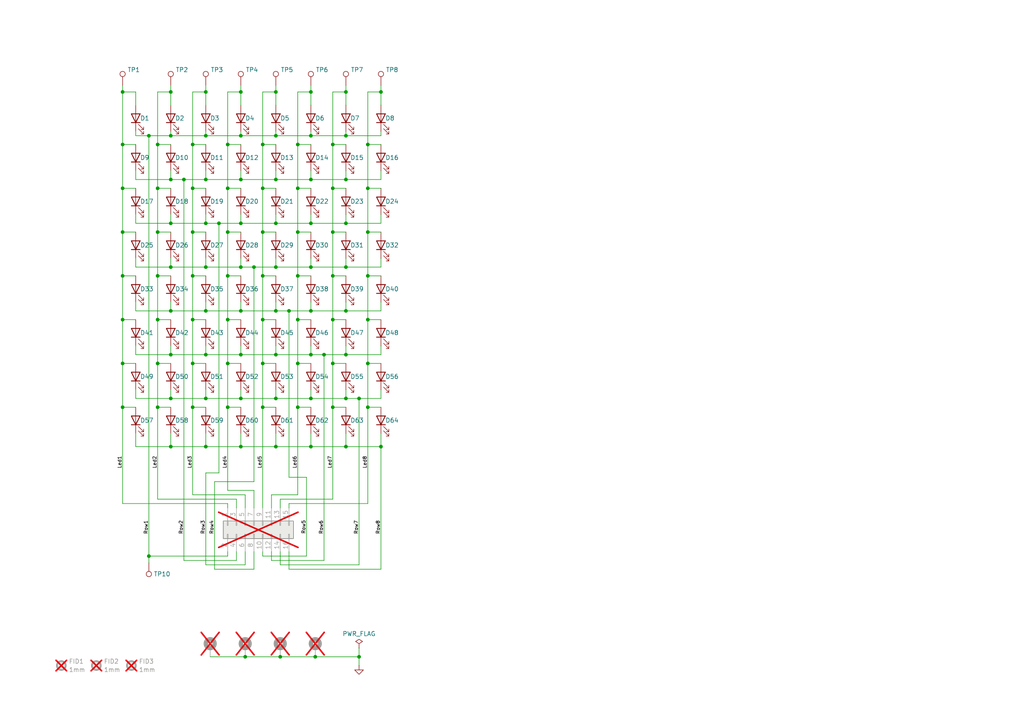
<source format=kicad_sch>
(kicad_sch (version 20250114) (generator "eeschema") (generator_version "9.0")
  (paper "A4")
  (title_block (title "Retro Imponator Led Array - Omega") (date "2026-02-27") (rev "1.0-pre") (company "Erik Brenn, 2026"))
  (lib_symbols
    (symbol "Connector:TestPoint" (pin_numbers (hide yes)) (pin_names (offset 0.762) (hide yes))
      (property "Reference" "TP" (at 0 6.858 0))
      (property "Value" "TestPoint" (at 0 5.08 0))
      (symbol "TestPoint_1_1"
        (pin passive line (at 0 0 90) (length 2.54) (name "1") (number "1"))
      )
    )
    (symbol "Connector_Generic:Conn_02x08_Odd_Even" (pin_names (offset 1.016) (hide yes))
      (property "Reference" "J" (at 1.27 10.16 0))
      (property "Value" "Conn_02x08_Odd_Even" (at 1.27 -12.7 0))
      (symbol "Conn_02x08_Odd_Even_1_1"
        (pin passive line (at -5.08 7.62 0) (length 3.81) (name "Pin_1") (number "1"))
        (pin passive line (at -5.08 5.08 0) (length 3.81) (name "Pin_3") (number "3"))
        (pin passive line (at -5.08 2.54 0) (length 3.81) (name "Pin_5") (number "5"))
        (pin passive line (at -5.08 0 0) (length 3.81) (name "Pin_7") (number "7"))
        (pin passive line (at -5.08 -2.54 0) (length 3.81) (name "Pin_9") (number "9"))
        (pin passive line (at -5.08 -5.08 0) (length 3.81) (name "Pin_11") (number "11"))
        (pin passive line (at -5.08 -7.62 0) (length 3.81) (name "Pin_13") (number "13"))
        (pin passive line (at -5.08 -10.16 0) (length 3.81) (name "Pin_15") (number "15"))
        (pin passive line (at 7.62 7.62 180) (length 3.81) (name "Pin_2") (number "2"))
        (pin passive line (at 7.62 5.08 180) (length 3.81) (name "Pin_4") (number "4"))
        (pin passive line (at 7.62 2.54 180) (length 3.81) (name "Pin_6") (number "6"))
        (pin passive line (at 7.62 0 180) (length 3.81) (name "Pin_8") (number "8"))
        (pin passive line (at 7.62 -2.54 180) (length 3.81) (name "Pin_10") (number "10"))
        (pin passive line (at 7.62 -5.08 180) (length 3.81) (name "Pin_12") (number "12"))
        (pin passive line (at 7.62 -7.62 180) (length 3.81) (name "Pin_14") (number "14"))
        (pin passive line (at 7.62 -10.16 180) (length 3.81) (name "Pin_16") (number "16"))
      )
    )
    (symbol "Device:LED" (pin_numbers (hide yes)) (pin_names (offset 1.016) (hide yes))
      (property "Reference" "D" (at 0 2.54 0))
      (property "Value" "LED" (at 0 -2.54 0))
      (symbol "LED_1_1"
        (pin passive line (at -3.81 0 0) (length 2.54) (name "K") (number "1"))
        (pin passive line (at 3.81 0 180) (length 2.54) (name "A") (number "2"))
      )
    )
    (symbol "Mechanical:Fiducial" (in_bom no)
      (property "Reference" "FID" (at 0 5.08 0))
      (property "Value" "Fiducial" (at 0 3.175 0))
    )
    (symbol "Mechanical:MountingHole_Pad" (pin_numbers (hide yes)) (pin_names (offset 1.016) (hide yes)) (in_bom no)
      (property "Reference" "H" (at 0 6.35 0))
      (property "Value" "MountingHole_Pad" (at 0 4.445 0))
      (symbol "MountingHole_Pad_1_1"
        (pin input line (at 0 -2.54 90) (length 2.54) (name "1") (number "1"))
      )
    )
    (symbol "power:GND" (power) (pin_numbers (hide yes)) (pin_names (offset 0) (hide yes))
      (property "Value" "GND" (at 0 -3.81 0))
      (symbol "GND_1_1"
        (pin power_in line (at 0 0 270) (length 0) (name "~") (number "1"))
      )
    )
    (symbol "power:PWR_FLAG" (power) (pin_numbers (hide yes)) (pin_names (offset 0) (hide yes))
      (property "Value" "PWR_FLAG" (at 0 3.81 0))
      (symbol "PWR_FLAG_0_0"
        (pin power_out line (at 0 0 90) (length 0) (name "~") (number "1"))
      )
    )
  )
  (junction (at 45.72 41.91))
  (junction (at 69.85 90.17))
  (junction (at 90.17 26.67))
  (junction (at 69.85 102.87))
  (junction (at 100.33 26.67))
  (junction (at 100.33 115.57))
  (junction (at 49.53 115.57))
  (junction (at 90.17 115.57))
  (junction (at 66.04 105.41))
  (junction (at 96.52 54.61))
  (junction (at 49.53 77.47))
  (junction (at 45.72 92.71))
  (junction (at 53.34 52.07))
  (junction (at 96.52 67.31))
  (junction (at 80.01 64.77))
  (junction (at 86.36 118.11))
  (junction (at 55.88 105.41))
  (junction (at 110.49 26.67))
  (junction (at 35.56 67.31))
  (junction (at 100.33 90.17))
  (junction (at 66.04 54.61))
  (junction (at 80.01 26.67))
  (junction (at 86.36 105.41))
  (junction (at 100.33 77.47))
  (junction (at 81.28 190.5))
  (junction (at 96.52 92.71))
  (junction (at 49.53 64.77))
  (junction (at 45.72 54.61))
  (junction (at 90.17 52.07))
  (junction (at 66.04 92.71))
  (junction (at 69.85 64.77))
  (junction (at 86.36 92.71))
  (junction (at 100.33 64.77))
  (junction (at 35.56 54.61))
  (junction (at 96.52 41.91))
  (junction (at 69.85 26.67))
  (junction (at 80.01 102.87))
  (junction (at 59.69 102.87))
  (junction (at 90.17 102.87))
  (junction (at 104.14 190.5))
  (junction (at 80.01 90.17))
  (junction (at 66.04 67.31))
  (junction (at 59.69 39.37))
  (junction (at 76.2 67.31))
  (junction (at 49.53 26.67))
  (junction (at 100.33 129.54))
  (junction (at 35.56 26.67))
  (junction (at 80.01 39.37))
  (junction (at 55.88 118.11))
  (junction (at 76.2 54.61))
  (junction (at 35.56 80.01))
  (junction (at 59.69 115.57))
  (junction (at 59.69 129.54))
  (junction (at 66.04 80.01))
  (junction (at 45.72 118.11))
  (junction (at 45.72 105.41))
  (junction (at 35.56 118.11))
  (junction (at 86.36 80.01))
  (junction (at 35.56 105.41))
  (junction (at 35.56 92.71))
  (junction (at 59.69 64.77))
  (junction (at 106.68 105.41))
  (junction (at 69.85 129.54))
  (junction (at 55.88 67.31))
  (junction (at 106.68 92.71))
  (junction (at 96.52 118.11))
  (junction (at 106.68 118.11))
  (junction (at 76.2 105.41))
  (junction (at 86.36 54.61))
  (junction (at 86.36 41.91))
  (junction (at 49.53 102.87))
  (junction (at 69.85 39.37))
  (junction (at 90.17 39.37))
  (junction (at 55.88 92.71))
  (junction (at 106.68 54.61))
  (junction (at 55.88 54.61))
  (junction (at 93.98 102.87))
  (junction (at 90.17 64.77))
  (junction (at 83.82 90.17))
  (junction (at 43.18 161.29))
  (junction (at 45.72 67.31))
  (junction (at 86.36 67.31))
  (junction (at 71.12 190.5))
  (junction (at 96.52 105.41))
  (junction (at 110.49 129.54))
  (junction (at 55.88 80.01))
  (junction (at 76.2 92.71))
  (junction (at 45.72 80.01))
  (junction (at 100.33 102.87))
  (junction (at 59.69 90.17))
  (junction (at 69.85 77.47))
  (junction (at 43.18 39.37))
  (junction (at 91.44 190.5))
  (junction (at 63.5 64.77))
  (junction (at 100.33 39.37))
  (junction (at 80.01 77.47))
  (junction (at 96.52 80.01))
  (junction (at 35.56 41.91))
  (junction (at 66.04 41.91))
  (junction (at 73.66 77.47))
  (junction (at 76.2 80.01))
  (junction (at 90.17 90.17))
  (junction (at 106.68 67.31))
  (junction (at 106.68 80.01))
  (junction (at 59.69 52.07))
  (junction (at 106.68 41.91))
  (junction (at 69.85 52.07))
  (junction (at 104.14 115.57))
  (junction (at 90.17 129.54))
  (junction (at 80.01 52.07))
  (junction (at 80.01 115.57))
  (junction (at 100.33 52.07))
  (junction (at 80.01 129.54))
  (junction (at 76.2 41.91))
  (junction (at 49.53 90.17))
  (junction (at 69.85 115.57))
  (junction (at 59.69 26.67))
  (junction (at 66.04 118.11))
  (junction (at 55.88 41.91))
  (junction (at 90.17 77.47))
  (junction (at 49.53 39.37))
  (junction (at 76.2 118.11))
  (junction (at 59.69 77.47))
  (junction (at 49.53 52.07))
  (junction (at 49.53 129.54))
  (wire (pts (xy 90.17 74.93) (xy 90.17 77.47)))
  (wire (pts (xy 106.68 67.31) (xy 110.49 67.31)))
  (wire (pts (xy 55.88 118.11) (xy 55.88 143.51)))
  (wire (pts (xy 62.23 165.1) (xy 73.66 165.1)))
  (wire (pts (xy 66.04 118.11) (xy 69.85 118.11)))
  (wire (pts (xy 69.85 26.67) (xy 69.85 30.48)))
  (wire (pts (xy 62.23 139.7) (xy 73.66 139.7)))
  (wire (pts (xy 86.36 67.31) (xy 86.36 80.01)))
  (wire (pts (xy 68.58 144.78) (xy 68.58 147.32)))
  (wire (pts (xy 49.53 62.23) (xy 49.53 64.77)))
  (wire (pts (xy 49.53 102.87) (xy 59.69 102.87)))
  (wire (pts (xy 106.68 26.67) (xy 110.49 26.67)))
  (wire (pts (xy 59.69 125.73) (xy 59.69 129.54)))
  (wire (pts (xy 93.98 102.87) (xy 93.98 162.56)))
  (wire (pts (xy 35.56 146.05) (xy 66.04 146.05)))
  (wire (pts (xy 106.68 92.71) (xy 106.68 105.41)))
  (wire (pts (xy 69.85 90.17) (xy 80.01 90.17)))
  (wire (pts (xy 59.69 115.57) (xy 69.85 115.57)))
  (wire (pts (xy 35.56 92.71) (xy 35.56 105.41)))
  (wire (pts (xy 45.72 41.91) (xy 45.72 54.61)))
  (wire (pts (xy 39.37 74.93) (xy 39.37 77.47)))
  (wire (pts (xy 91.44 190.5) (xy 104.14 190.5)))
  (wire (pts (xy 73.66 77.47) (xy 73.66 139.7)))
  (wire (pts (xy 88.9 138.43) (xy 88.9 161.29)))
  (wire (pts (xy 80.01 115.57) (xy 90.17 115.57)))
  (wire (pts (xy 106.68 118.11) (xy 110.49 118.11)))
  (wire (pts (xy 100.33 24.765) (xy 100.33 26.67)))
  (wire (pts (xy 49.53 115.57) (xy 59.69 115.57)))
  (wire (pts (xy 90.17 113.03) (xy 90.17 115.57)))
  (wire (pts (xy 45.72 54.61) (xy 49.53 54.61)))
  (wire (pts (xy 59.69 113.03) (xy 59.69 115.57)))
  (wire (pts (xy 45.72 80.01) (xy 49.53 80.01)))
  (wire (pts (xy 69.85 39.37) (xy 80.01 39.37)))
  (wire (pts (xy 55.88 105.41) (xy 59.69 105.41)))
  (wire (pts (xy 49.53 49.53) (xy 49.53 52.07)))
  (wire (pts (xy 106.68 118.11) (xy 106.68 146.05)))
  (wire (pts (xy 49.53 39.37) (xy 59.69 39.37)))
  (wire (pts (xy 100.33 26.67) (xy 100.33 30.48)))
  (wire (pts (xy 81.28 144.78) (xy 96.52 144.78)))
  (wire (pts (xy 96.52 105.41) (xy 96.52 118.11)))
  (wire (pts (xy 53.34 162.56) (xy 68.58 162.56)))
  (wire (pts (xy 78.74 162.56) (xy 93.98 162.56)))
  (wire (pts (xy 80.01 100.33) (xy 80.01 102.87)))
  (wire (pts (xy 45.72 67.31) (xy 49.53 67.31)))
  (wire (pts (xy 106.68 67.31) (xy 106.68 80.01)))
  (wire (pts (xy 69.85 87.63) (xy 69.85 90.17)))
  (wire (pts (xy 104.14 115.57) (xy 104.14 163.83)))
  (wire (pts (xy 80.01 87.63) (xy 80.01 90.17)))
  (wire (pts (xy 55.88 67.31) (xy 55.88 80.01)))
  (wire (pts (xy 100.33 74.93) (xy 100.33 77.47)))
  (wire (pts (xy 55.88 92.71) (xy 59.69 92.71)))
  (wire (pts (xy 66.04 41.91) (xy 69.85 41.91)))
  (wire (pts (xy 59.69 26.67) (xy 59.69 30.48)))
  (wire (pts (xy 45.72 118.11) (xy 45.72 144.78)))
  (wire (pts (xy 73.66 142.24) (xy 73.66 147.32)))
  (wire (pts (xy 110.49 49.53) (xy 110.49 52.07)))
  (wire (pts (xy 106.68 105.41) (xy 106.68 118.11)))
  (wire (pts (xy 39.37 26.67) (xy 39.37 30.48)))
  (wire (pts (xy 76.2 67.31) (xy 80.01 67.31)))
  (wire (pts (xy 81.28 190.5) (xy 91.44 190.5)))
  (wire (pts (xy 96.52 92.71) (xy 96.52 105.41)))
  (wire (pts (xy 71.12 190.5) (xy 81.28 190.5)))
  (wire (pts (xy 66.04 80.01) (xy 66.04 92.71)))
  (wire (pts (xy 49.53 64.77) (xy 59.69 64.77)))
  (wire (pts (xy 35.56 118.11) (xy 39.37 118.11)))
  (wire (pts (xy 100.33 115.57) (xy 104.14 115.57)))
  (wire (pts (xy 96.52 67.31) (xy 96.52 80.01)))
  (wire (pts (xy 53.34 52.07) (xy 53.34 162.56)))
  (wire (pts (xy 71.12 143.51) (xy 71.12 147.32)))
  (wire (pts (xy 45.72 92.71) (xy 45.72 105.41)))
  (wire (pts (xy 39.37 102.87) (xy 49.53 102.87)))
  (wire (pts (xy 96.52 41.91) (xy 96.52 54.61)))
  (wire (pts (xy 90.17 87.63) (xy 90.17 90.17)))
  (wire (pts (xy 86.36 54.61) (xy 90.17 54.61)))
  (wire (pts (xy 83.82 90.17) (xy 83.82 138.43)))
  (wire (pts (xy 69.85 77.47) (xy 73.66 77.47)))
  (wire (pts (xy 55.88 80.01) (xy 55.88 92.71)))
  (wire (pts (xy 39.37 39.37) (xy 43.18 39.37)))
  (wire (pts (xy 59.69 102.87) (xy 69.85 102.87)))
  (wire (pts (xy 39.37 77.47) (xy 49.53 77.47)))
  (wire (pts (xy 81.28 160.02) (xy 81.28 163.83)))
  (wire (pts (xy 35.56 105.41) (xy 39.37 105.41)))
  (wire (pts (xy 66.04 146.05) (xy 66.04 147.32)))
  (wire (pts (xy 35.56 80.01) (xy 35.56 92.71)))
  (wire (pts (xy 110.49 24.765) (xy 110.49 26.67)))
  (wire (pts (xy 45.72 118.11) (xy 49.53 118.11)))
  (wire (pts (xy 59.69 163.83) (xy 71.12 163.83)))
  (wire (pts (xy 81.28 163.83) (xy 104.14 163.83)))
  (wire (pts (xy 90.17 90.17) (xy 100.33 90.17)))
  (wire (pts (xy 69.85 24.765) (xy 69.85 26.67)))
  (wire (pts (xy 66.04 105.41) (xy 66.04 118.11)))
  (wire (pts (xy 35.56 118.11) (xy 35.56 146.05)))
  (wire (pts (xy 73.66 77.47) (xy 80.01 77.47)))
  (wire (pts (xy 80.01 125.73) (xy 80.01 129.54)))
  (wire (pts (xy 59.69 24.765) (xy 59.69 26.67)))
  (wire (pts (xy 90.17 26.67) (xy 90.17 30.48)))
  (wire (pts (xy 78.74 143.51) (xy 78.74 147.32)))
  (wire (pts (xy 76.2 26.67) (xy 76.2 41.91)))
  (wire (pts (xy 66.04 54.61) (xy 69.85 54.61)))
  (wire (pts (xy 39.37 129.54) (xy 49.53 129.54)))
  (wire (pts (xy 96.52 54.61) (xy 96.52 67.31)))
  (wire (pts (xy 45.72 80.01) (xy 45.72 92.71)))
  (wire (pts (xy 69.85 64.77) (xy 80.01 64.77)))
  (wire (pts (xy 55.88 92.71) (xy 55.88 105.41)))
  (wire (pts (xy 59.69 100.33) (xy 59.69 102.87)))
  (wire (pts (xy 106.68 26.67) (xy 106.68 41.91)))
  (wire (pts (xy 110.49 125.73) (xy 110.49 129.54)))
  (wire (pts (xy 80.01 90.17) (xy 83.82 90.17)))
  (wire (pts (xy 90.17 52.07) (xy 100.33 52.07)))
  (wire (pts (xy 55.88 54.61) (xy 55.88 67.31)))
  (wire (pts (xy 100.33 38.1) (xy 100.33 39.37)))
  (wire (pts (xy 96.52 118.11) (xy 100.33 118.11)))
  (wire (pts (xy 49.53 113.03) (xy 49.53 115.57)))
  (wire (pts (xy 106.68 54.61) (xy 106.68 67.31)))
  (wire (pts (xy 66.04 92.71) (xy 66.04 105.41)))
  (wire (pts (xy 55.88 67.31) (xy 59.69 67.31)))
  (wire (pts (xy 45.72 26.67) (xy 45.72 41.91)))
  (wire (pts (xy 69.85 125.73) (xy 69.85 129.54)))
  (wire (pts (xy 76.2 118.11) (xy 76.2 147.32)))
  (wire (pts (xy 59.69 87.63) (xy 59.69 90.17)))
  (wire (pts (xy 49.53 52.07) (xy 53.34 52.07)))
  (wire (pts (xy 69.85 38.1) (xy 69.85 39.37)))
  (wire (pts (xy 83.82 146.05) (xy 83.82 147.32)))
  (wire (pts (xy 49.53 87.63) (xy 49.53 90.17)))
  (wire (pts (xy 59.69 77.47) (xy 69.85 77.47)))
  (wire (pts (xy 110.49 74.93) (xy 110.49 77.47)))
  (wire (pts (xy 76.2 118.11) (xy 80.01 118.11)))
  (wire (pts (xy 90.17 64.77) (xy 100.33 64.77)))
  (wire (pts (xy 80.01 74.93) (xy 80.01 77.47)))
  (wire (pts (xy 80.01 24.765) (xy 80.01 26.67)))
  (wire (pts (xy 35.56 67.31) (xy 35.56 80.01)))
  (wire (pts (xy 110.49 129.54) (xy 110.49 165.1)))
  (wire (pts (xy 60.96 190.5) (xy 71.12 190.5)))
  (wire (pts (xy 39.37 115.57) (xy 49.53 115.57)))
  (wire (pts (xy 39.37 100.33) (xy 39.37 102.87)))
  (wire (pts (xy 80.01 64.77) (xy 90.17 64.77)))
  (wire (pts (xy 39.37 90.17) (xy 49.53 90.17)))
  (wire (pts (xy 106.68 54.61) (xy 110.49 54.61)))
  (wire (pts (xy 76.2 41.91) (xy 80.01 41.91)))
  (wire (pts (xy 110.49 87.63) (xy 110.49 90.17)))
  (wire (pts (xy 43.18 161.29) (xy 66.04 161.29)))
  (wire (pts (xy 86.36 92.71) (xy 90.17 92.71)))
  (wire (pts (xy 35.56 67.31) (xy 39.37 67.31)))
  (wire (pts (xy 66.04 67.31) (xy 69.85 67.31)))
  (wire (pts (xy 69.85 113.03) (xy 69.85 115.57)))
  (wire (pts (xy 49.53 90.17) (xy 59.69 90.17)))
  (wire (pts (xy 106.68 92.71) (xy 110.49 92.71)))
  (wire (pts (xy 80.01 38.1) (xy 80.01 39.37)))
  (wire (pts (xy 35.56 92.71) (xy 39.37 92.71)))
  (wire (pts (xy 66.04 105.41) (xy 69.85 105.41)))
  (wire (pts (xy 100.33 129.54) (xy 110.49 129.54)))
  (wire (pts (xy 90.17 77.47) (xy 100.33 77.47)))
  (wire (pts (xy 59.69 38.1) (xy 59.69 39.37)))
  (wire (pts (xy 83.82 138.43) (xy 88.9 138.43)))
  (wire (pts (xy 76.2 92.71) (xy 80.01 92.71)))
  (wire (pts (xy 96.52 80.01) (xy 100.33 80.01)))
  (wire (pts (xy 104.14 187.96) (xy 104.14 190.5)))
  (wire (pts (xy 100.33 87.63) (xy 100.33 90.17)))
  (wire (pts (xy 49.53 77.47) (xy 59.69 77.47)))
  (wire (pts (xy 100.33 100.33) (xy 100.33 102.87)))
  (wire (pts (xy 106.68 105.41) (xy 110.49 105.41)))
  (wire (pts (xy 35.56 26.67) (xy 39.37 26.67)))
  (wire (pts (xy 39.37 52.07) (xy 49.53 52.07)))
  (wire (pts (xy 80.01 77.47) (xy 90.17 77.47)))
  (wire (pts (xy 96.52 54.61) (xy 100.33 54.61)))
  (wire (pts (xy 59.69 64.77) (xy 63.5 64.77)))
  (wire (pts (xy 55.88 80.01) (xy 59.69 80.01)))
  (wire (pts (xy 90.17 125.73) (xy 90.17 129.54)))
  (wire (pts (xy 96.52 26.67) (xy 100.33 26.67)))
  (wire (pts (xy 76.2 54.61) (xy 76.2 67.31)))
  (wire (pts (xy 59.69 62.23) (xy 59.69 64.77)))
  (wire (pts (xy 86.36 92.71) (xy 86.36 105.41)))
  (wire (pts (xy 110.49 62.23) (xy 110.49 64.77)))
  (wire (pts (xy 69.85 52.07) (xy 80.01 52.07)))
  (wire (pts (xy 100.33 102.87) (xy 110.49 102.87)))
  (wire (pts (xy 39.37 87.63) (xy 39.37 90.17)))
  (wire (pts (xy 86.36 118.11) (xy 90.17 118.11)))
  (wire (pts (xy 69.85 129.54) (xy 80.01 129.54)))
  (wire (pts (xy 45.72 105.41) (xy 49.53 105.41)))
  (wire (pts (xy 69.85 62.23) (xy 69.85 64.77)))
  (wire (pts (xy 76.2 161.29) (xy 88.9 161.29)))
  (wire (pts (xy 66.04 142.24) (xy 73.66 142.24)))
  (wire (pts (xy 35.56 41.91) (xy 39.37 41.91)))
  (wire (pts (xy 83.82 165.1) (xy 110.49 165.1)))
  (wire (pts (xy 86.36 105.41) (xy 90.17 105.41)))
  (wire (pts (xy 39.37 62.23) (xy 39.37 64.77)))
  (wire (pts (xy 86.36 67.31) (xy 90.17 67.31)))
  (wire (pts (xy 106.68 80.01) (xy 106.68 92.71)))
  (wire (pts (xy 66.04 80.01) (xy 69.85 80.01)))
  (wire (pts (xy 55.88 26.67) (xy 59.69 26.67)))
  (wire (pts (xy 80.01 49.53) (xy 80.01 52.07)))
  (wire (pts (xy 69.85 115.57) (xy 80.01 115.57)))
  (wire (pts (xy 39.37 38.1) (xy 39.37 39.37)))
  (wire (pts (xy 86.36 118.11) (xy 86.36 143.51)))
  (wire (pts (xy 69.85 102.87) (xy 80.01 102.87)))
  (wire (pts (xy 39.37 113.03) (xy 39.37 115.57)))
  (wire (pts (xy 68.58 160.02) (xy 68.58 162.56)))
  (wire (pts (xy 35.56 54.61) (xy 39.37 54.61)))
  (wire (pts (xy 76.2 105.41) (xy 76.2 118.11)))
  (wire (pts (xy 62.23 139.7) (xy 62.23 165.1)))
  (wire (pts (xy 86.36 80.01) (xy 90.17 80.01)))
  (wire (pts (xy 43.18 39.37) (xy 43.18 161.29)))
  (wire (pts (xy 93.98 102.87) (xy 100.33 102.87)))
  (wire (pts (xy 35.56 41.91) (xy 35.56 54.61)))
  (wire (pts (xy 35.56 105.41) (xy 35.56 118.11)))
  (wire (pts (xy 76.2 54.61) (xy 80.01 54.61)))
  (wire (pts (xy 80.01 52.07) (xy 90.17 52.07)))
  (wire (pts (xy 55.88 105.41) (xy 55.88 118.11)))
  (wire (pts (xy 55.88 41.91) (xy 55.88 54.61)))
  (wire (pts (xy 76.2 105.41) (xy 80.01 105.41)))
  (wire (pts (xy 90.17 38.1) (xy 90.17 39.37)))
  (wire (pts (xy 100.33 90.17) (xy 110.49 90.17)))
  (wire (pts (xy 86.36 41.91) (xy 86.36 54.61)))
  (wire (pts (xy 66.04 26.67) (xy 69.85 26.67)))
  (wire (pts (xy 45.72 26.67) (xy 49.53 26.67)))
  (wire (pts (xy 83.82 146.05) (xy 106.68 146.05)))
  (wire (pts (xy 53.34 52.07) (xy 59.69 52.07)))
  (wire (pts (xy 43.18 39.37) (xy 49.53 39.37)))
  (wire (pts (xy 49.53 74.93) (xy 49.53 77.47)))
  (wire (pts (xy 104.14 190.5) (xy 104.14 193.04)))
  (wire (pts (xy 76.2 80.01) (xy 76.2 92.71)))
  (wire (pts (xy 71.12 160.02) (xy 71.12 163.83)))
  (wire (pts (xy 59.69 52.07) (xy 69.85 52.07)))
  (wire (pts (xy 43.18 161.29) (xy 43.18 163.195)))
  (wire (pts (xy 86.36 54.61) (xy 86.36 67.31)))
  (wire (pts (xy 80.01 102.87) (xy 90.17 102.87)))
  (wire (pts (xy 90.17 102.87) (xy 93.98 102.87)))
  (wire (pts (xy 90.17 115.57) (xy 100.33 115.57)))
  (wire (pts (xy 80.01 39.37) (xy 90.17 39.37)))
  (wire (pts (xy 83.82 160.02) (xy 83.82 165.1)))
  (wire (pts (xy 45.72 41.91) (xy 49.53 41.91)))
  (wire (pts (xy 59.69 49.53) (xy 59.69 52.07)))
  (wire (pts (xy 63.5 64.77) (xy 69.85 64.77)))
  (wire (pts (xy 96.52 80.01) (xy 96.52 92.71)))
  (wire (pts (xy 90.17 24.765) (xy 90.17 26.67)))
  (wire (pts (xy 49.53 24.765) (xy 49.53 26.67)))
  (wire (pts (xy 69.85 74.93) (xy 69.85 77.47)))
  (wire (pts (xy 76.2 160.02) (xy 76.2 161.29)))
  (wire (pts (xy 76.2 26.67) (xy 80.01 26.67)))
  (wire (pts (xy 80.01 26.67) (xy 80.01 30.48)))
  (wire (pts (xy 55.88 41.91) (xy 59.69 41.91)))
  (wire (pts (xy 100.33 64.77) (xy 110.49 64.77)))
  (wire (pts (xy 86.36 80.01) (xy 86.36 92.71)))
  (wire (pts (xy 86.36 105.41) (xy 86.36 118.11)))
  (wire (pts (xy 55.88 26.67) (xy 55.88 41.91)))
  (wire (pts (xy 106.68 80.01) (xy 110.49 80.01)))
  (wire (pts (xy 80.01 113.03) (xy 80.01 115.57)))
  (wire (pts (xy 76.2 41.91) (xy 76.2 54.61)))
  (wire (pts (xy 96.52 26.67) (xy 96.52 41.91)))
  (wire (pts (xy 106.68 41.91) (xy 106.68 54.61)))
  (wire (pts (xy 49.53 129.54) (xy 59.69 129.54)))
  (wire (pts (xy 100.33 62.23) (xy 100.33 64.77)))
  (wire (pts (xy 45.72 144.78) (xy 68.58 144.78)))
  (wire (pts (xy 66.04 118.11) (xy 66.04 142.24)))
  (wire (pts (xy 45.72 54.61) (xy 45.72 67.31)))
  (wire (pts (xy 78.74 160.02) (xy 78.74 162.56)))
  (wire (pts (xy 35.56 24.765) (xy 35.56 26.67)))
  (wire (pts (xy 69.85 100.33) (xy 69.85 102.87)))
  (wire (pts (xy 66.04 92.71) (xy 69.85 92.71)))
  (wire (pts (xy 55.88 143.51) (xy 71.12 143.51)))
  (wire (pts (xy 59.69 74.93) (xy 59.69 77.47)))
  (wire (pts (xy 49.53 100.33) (xy 49.53 102.87)))
  (wire (pts (xy 45.72 67.31) (xy 45.72 80.01)))
  (wire (pts (xy 66.04 54.61) (xy 66.04 67.31)))
  (wire (pts (xy 90.17 49.53) (xy 90.17 52.07)))
  (wire (pts (xy 100.33 77.47) (xy 110.49 77.47)))
  (wire (pts (xy 100.33 125.73) (xy 100.33 129.54)))
  (wire (pts (xy 78.74 143.51) (xy 86.36 143.51)))
  (wire (pts (xy 90.17 39.37) (xy 100.33 39.37)))
  (wire (pts (xy 90.17 62.23) (xy 90.17 64.77)))
  (wire (pts (xy 100.33 49.53) (xy 100.33 52.07)))
  (wire (pts (xy 100.33 39.37) (xy 110.49 39.37)))
  (wire (pts (xy 39.37 64.77) (xy 49.53 64.77)))
  (wire (pts (xy 80.01 62.23) (xy 80.01 64.77)))
  (wire (pts (xy 96.52 105.41) (xy 100.33 105.41)))
  (wire (pts (xy 55.88 118.11) (xy 59.69 118.11)))
  (wire (pts (xy 110.49 113.03) (xy 110.49 115.57)))
  (wire (pts (xy 45.72 105.41) (xy 45.72 118.11)))
  (wire (pts (xy 39.37 125.73) (xy 39.37 129.54)))
  (wire (pts (xy 55.88 54.61) (xy 59.69 54.61)))
  (wire (pts (xy 100.33 52.07) (xy 110.49 52.07)))
  (wire (pts (xy 96.52 118.11) (xy 96.52 144.78)))
  (wire (pts (xy 90.17 100.33) (xy 90.17 102.87)))
  (wire (pts (xy 59.69 90.17) (xy 69.85 90.17)))
  (wire (pts (xy 63.5 64.77) (xy 63.5 137.16)))
  (wire (pts (xy 35.56 54.61) (xy 35.56 67.31)))
  (wire (pts (xy 76.2 67.31) (xy 76.2 80.01)))
  (wire (pts (xy 35.56 26.67) (xy 35.56 41.91)))
  (wire (pts (xy 66.04 67.31) (xy 66.04 80.01)))
  (wire (pts (xy 80.01 129.54) (xy 90.17 129.54)))
  (wire (pts (xy 66.04 41.91) (xy 66.04 54.61)))
  (wire (pts (xy 90.17 129.54) (xy 100.33 129.54)))
  (wire (pts (xy 96.52 92.71) (xy 100.33 92.71)))
  (wire (pts (xy 59.69 39.37) (xy 69.85 39.37)))
  (wire (pts (xy 66.04 26.67) (xy 66.04 41.91)))
  (wire (pts (xy 45.72 92.71) (xy 49.53 92.71)))
  (wire (pts (xy 110.49 100.33) (xy 110.49 102.87)))
  (wire (pts (xy 83.82 90.17) (xy 90.17 90.17)))
  (wire (pts (xy 49.53 26.67) (xy 49.53 30.48)))
  (wire (pts (xy 76.2 80.01) (xy 80.01 80.01)))
  (wire (pts (xy 69.85 49.53) (xy 69.85 52.07)))
  (wire (pts (xy 49.53 38.1) (xy 49.53 39.37)))
  (wire (pts (xy 49.53 125.73) (xy 49.53 129.54)))
  (wire (pts (xy 59.69 137.16) (xy 59.69 163.83)))
  (wire (pts (xy 96.52 67.31) (xy 100.33 67.31)))
  (wire (pts (xy 59.69 137.16) (xy 63.5 137.16)))
  (wire (pts (xy 81.28 144.78) (xy 81.28 147.32)))
  (wire (pts (xy 35.56 80.01) (xy 39.37 80.01)))
  (wire (pts (xy 110.49 26.67) (xy 110.49 30.48)))
  (wire (pts (xy 96.52 41.91) (xy 100.33 41.91)))
  (wire (pts (xy 110.49 38.1) (xy 110.49 39.37)))
  (wire (pts (xy 39.37 49.53) (xy 39.37 52.07)))
  (wire (pts (xy 86.36 26.67) (xy 86.36 41.91)))
  (wire (pts (xy 66.04 160.02) (xy 66.04 161.29)))
  (wire (pts (xy 73.66 160.02) (xy 73.66 165.1)))
  (wire (pts (xy 86.36 41.91) (xy 90.17 41.91)))
  (wire (pts (xy 86.36 26.67) (xy 90.17 26.67)))
  (wire (pts (xy 104.14 115.57) (xy 110.49 115.57)))
  (wire (pts (xy 59.69 129.54) (xy 69.85 129.54)))
  (wire (pts (xy 76.2 92.71) (xy 76.2 105.41)))
  (wire (pts (xy 100.33 113.03) (xy 100.33 115.57)))
  (wire (pts (xy 106.68 41.91) (xy 110.49 41.91)))
  (label "Row7" (at 104.14 154.94 90) (effects (font (size 1 1))))
  (label "Led2" (at 45.72 135.89 90) (effects (font (size 1 1))))
  (label "Row2" (at 53.34 154.94 90) (effects (font (size 1 1))))
  (label "Led4" (at 66.04 135.89 90) (effects (font (size 1 1))))
  (label "Row8" (at 110.49 154.94 90) (effects (font (size 1 1))))
  (label "Led1" (at 35.56 135.89 90) (effects (font (size 1 1))))
  (label "Led8" (at 106.68 135.89 90) (effects (font (size 1 1))))
  (label "Row3" (at 59.69 154.9315 90) (effects (font (size 1 1))))
  (label "Led3" (at 55.88 135.89 90) (effects (font (size 1 1))))
  (label "Led7" (at 96.52 135.89 90) (effects (font (size 1 1))))
  (label "Row5" (at 88.9 154.87 90) (effects (font (size 1 1))))
  (label "Row6" (at 93.98 154.94 90) (effects (font (size 1 1))))
  (label "Led6" (at 86.36 135.89 90) (effects (font (size 1 1))))
  (label "Row1" (at 43.18 154.94 90) (effects (font (size 1 1))))
  (label "Led5" (at 76.2 135.89 90) (effects (font (size 1 1))))
  (label "Row4" (at 62.23 154.94 90) (effects (font (size 1 1))))
  (symbol (lib_id "Device:LED") (at 110.49 45.72 90) (unit 1)
    (property "Reference" "D16" (at 111.76 45.72 90) (effects (justify right)))
    (property "Value" "LED" (effects (hide yes)))
    (property "Footprint" "LED_THT:LED_D3.0mm" (effects (hide yes)))
    (property "Description" "Light emitting diode" (effects (hide yes)))
    (property "Sim.Pins" "1=K 2=A" (effects (hide yes)))
  )
  (symbol (lib_id "Device:LED") (at 39.37 58.42 90) (unit 1)
    (property "Reference" "D17" (at 40.64 58.42 90) (effects (justify right)))
    (property "Value" "LED" (effects (hide yes)))
    (property "Footprint" "LED_THT:LED_D3.0mm" (effects (hide yes)))
    (property "Description" "Light emitting diode" (effects (hide yes)))
    (property "Sim.Pins" "1=K 2=A" (effects (hide yes)))
  )
  (symbol (lib_id "Device:LED") (at 90.17 96.52 90) (unit 1)
    (property "Reference" "D46" (at 91.44 96.52 90) (effects (justify right)))
    (property "Value" "LED" (effects (hide yes)))
    (property "Footprint" "LED_THT:LED_D3.0mm" (effects (hide yes)))
    (property "Description" "Light emitting diode" (effects (hide yes)))
    (property "Sim.Pins" "1=K 2=A" (effects (hide yes)))
  )
  (symbol (lib_id "Device:LED") (at 69.85 109.22 90) (unit 1)
    (property "Reference" "D52" (at 71.12 109.22 90) (effects (justify right)))
    (property "Value" "LED" (effects (hide yes)))
    (property "Footprint" "LED_THT:LED_D3.0mm" (effects (hide yes)))
    (property "Description" "Light emitting diode" (effects (hide yes)))
    (property "Sim.Pins" "1=K 2=A" (effects (hide yes)))
  )
  (symbol (lib_id "Device:LED") (at 39.37 71.12 90) (unit 1)
    (property "Reference" "D25" (at 40.64 71.12 90) (effects (justify right)))
    (property "Value" "LED" (effects (hide yes)))
    (property "Footprint" "LED_THT:LED_D3.0mm" (effects (hide yes)))
    (property "Description" "Light emitting diode" (effects (hide yes)))
    (property "Sim.Pins" "1=K 2=A" (effects (hide yes)))
  )
  (symbol (lib_id "Device:LED") (at 49.53 45.72 90) (unit 1)
    (property "Reference" "D10" (at 50.8 45.72 90) (effects (justify right)))
    (property "Value" "LED" (effects (hide yes)))
    (property "Footprint" "LED_THT:LED_D3.0mm" (effects (hide yes)))
    (property "Description" "Light emitting diode" (effects (hide yes)))
    (property "Sim.Pins" "1=K 2=A" (effects (hide yes)))
  )
  (symbol (lib_id "Connector:TestPoint") (at 49.53 24.765 0) (unit 1) (in_bom no)
    (property "Reference" "TP2" (at 50.927 20.2508 0) (effects (justify left)))
    (property "Value" "TestPoint" (effects (hide yes)))
    (property "Footprint" "TestPoint:TestPoint_Pad_D1.0mm" (effects (hide yes)))
    (property "Description" "test point" (effects (hide yes)))
  )
  (symbol (lib_id "Device:LED") (at 49.53 121.92 90) (unit 1)
    (property "Reference" "D58" (at 50.8 121.92 90) (effects (justify right)))
    (property "Value" "LED" (effects (hide yes)))
    (property "Footprint" "LED_THT:LED_D3.0mm" (effects (hide yes)))
    (property "Description" "Light emitting diode" (effects (hide yes)))
    (property "Sim.Pins" "1=K 2=A" (effects (hide yes)))
  )
  (symbol (lib_id "Device:LED") (at 69.85 121.92 90) (unit 1)
    (property "Reference" "D60" (at 71.12 121.92 90) (effects (justify right)))
    (property "Value" "LED" (effects (hide yes)))
    (property "Footprint" "LED_THT:LED_D3.0mm" (effects (hide yes)))
    (property "Description" "Light emitting diode" (effects (hide yes)))
    (property "Sim.Pins" "1=K 2=A" (effects (hide yes)))
  )
  (symbol (lib_id "Device:LED") (at 100.33 109.22 90) (unit 1)
    (property "Reference" "D55" (at 101.6 109.22 90) (effects (justify right)))
    (property "Value" "LED" (effects (hide yes)))
    (property "Footprint" "LED_THT:LED_D3.0mm" (effects (hide yes)))
    (property "Description" "Light emitting diode" (effects (hide yes)))
    (property "Sim.Pins" "1=K 2=A" (effects (hide yes)))
  )
  (symbol (lib_id "Device:LED") (at 100.33 96.52 90) (unit 1)
    (property "Reference" "D47" (at 101.6 96.52 90) (effects (justify right)))
    (property "Value" "LED" (effects (hide yes)))
    (property "Footprint" "LED_THT:LED_D3.0mm" (effects (hide yes)))
    (property "Description" "Light emitting diode" (effects (hide yes)))
    (property "Sim.Pins" "1=K 2=A" (effects (hide yes)))
  )
  (symbol (lib_id "Device:LED") (at 80.01 96.52 90) (unit 1)
    (property "Reference" "D45" (at 81.28 96.52 90) (effects (justify right)))
    (property "Value" "LED" (effects (hide yes)))
    (property "Footprint" "LED_THT:LED_D3.0mm" (effects (hide yes)))
    (property "Description" "Light emitting diode" (effects (hide yes)))
    (property "Sim.Pins" "1=K 2=A" (effects (hide yes)))
  )
  (symbol (lib_id "Device:LED") (at 49.53 34.29 90) (unit 1)
    (property "Reference" "D2" (at 50.8 34.29 90) (effects (justify right)))
    (property "Value" "LED" (effects (hide yes)))
    (property "Footprint" "LED_THT:LED_D3.0mm" (effects (hide yes)))
    (property "Description" "Light emitting diode" (effects (hide yes)))
    (property "Sim.Pins" "1=K 2=A" (effects (hide yes)))
  )
  (symbol (lib_id "power:GND") (at 104.14 193.04 0) (unit 1)
    (property "Reference" "#PWR01" (effects (hide yes)))
    (property "Value" "GND" (effects (hide yes)))
    (property "Description" "Power symbol creates a global label with name \"GND\" , ground" (effects (hide yes)))
  )
  (symbol (lib_id "Mechanical:Fiducial") (at 27.94 193.04 0) (unit 1) (in_bom no) (dnp yes)
    (property "Reference" "FID2" (at 30.099 191.8278 0) (effects (justify left)))
    (property "Value" "1mm" (at 30.099 194.2521 0) (effects (justify left)))
    (property "Footprint" "Fiducial:Fiducial_1mm_Mask2mm" (effects (hide yes)))
    (property "Description" "Fiducial Marker" (effects (hide yes)))
  )
  (symbol (lib_id "Connector:TestPoint") (at 80.01 24.765 0) (unit 1) (in_bom no)
    (property "Reference" "TP5" (at 81.407 20.2508 0) (effects (justify left)))
    (property "Value" "TestPoint" (effects (hide yes)))
    (property "Footprint" "TestPoint:TestPoint_Pad_D1.0mm" (effects (hide yes)))
    (property "Description" "test point" (effects (hide yes)))
  )
  (symbol (lib_id "Device:LED") (at 69.85 58.42 90) (unit 1)
    (property "Reference" "D20" (at 71.12 58.42 90) (effects (justify right)))
    (property "Value" "LED" (effects (hide yes)))
    (property "Footprint" "LED_THT:LED_D3.0mm" (effects (hide yes)))
    (property "Description" "Light emitting diode" (effects (hide yes)))
    (property "Sim.Pins" "1=K 2=A" (effects (hide yes)))
  )
  (symbol (lib_id "Device:LED") (at 49.53 83.82 90) (unit 1)
    (property "Reference" "D34" (at 50.8 83.82 90) (effects (justify right)))
    (property "Value" "LED" (effects (hide yes)))
    (property "Footprint" "LED_THT:LED_D3.0mm" (effects (hide yes)))
    (property "Description" "Light emitting diode" (effects (hide yes)))
    (property "Sim.Pins" "1=K 2=A" (effects (hide yes)))
  )
  (symbol (lib_id "Device:LED") (at 59.69 96.52 90) (unit 1)
    (property "Reference" "D43" (at 60.96 96.52 90) (effects (justify right)))
    (property "Value" "LED" (effects (hide yes)))
    (property "Footprint" "LED_THT:LED_D3.0mm" (effects (hide yes)))
    (property "Description" "Light emitting diode" (effects (hide yes)))
    (property "Sim.Pins" "1=K 2=A" (effects (hide yes)))
  )
  (symbol (lib_id "Device:LED") (at 90.17 58.42 90) (unit 1)
    (property "Reference" "D22" (at 91.44 58.42 90) (effects (justify right)))
    (property "Value" "LED" (effects (hide yes)))
    (property "Footprint" "LED_THT:LED_D3.0mm" (effects (hide yes)))
    (property "Description" "Light emitting diode" (effects (hide yes)))
    (property "Sim.Pins" "1=K 2=A" (effects (hide yes)))
  )
  (symbol (lib_id "Device:LED") (at 59.69 121.92 90) (unit 1)
    (property "Reference" "D59" (at 60.96 121.92 90) (effects (justify right)))
    (property "Value" "LED" (effects (hide yes)))
    (property "Footprint" "LED_THT:LED_D3.0mm" (effects (hide yes)))
    (property "Description" "Light emitting diode" (effects (hide yes)))
    (property "Sim.Pins" "1=K 2=A" (effects (hide yes)))
  )
  (symbol (lib_id "Mechanical:Fiducial") (at 17.78 193.04 0) (unit 1) (in_bom no) (dnp yes)
    (property "Reference" "FID1" (at 19.939 191.8278 0) (effects (justify left)))
    (property "Value" "1mm" (at 19.939 194.2521 0) (effects (justify left)))
    (property "Footprint" "Fiducial:Fiducial_1mm_Mask2mm" (effects (hide yes)))
    (property "Description" "Fiducial Marker" (effects (hide yes)))
  )
  (symbol (lib_id "Device:LED") (at 80.01 58.42 90) (unit 1)
    (property "Reference" "D21" (at 81.28 58.42 90) (effects (justify right)))
    (property "Value" "LED" (effects (hide yes)))
    (property "Footprint" "LED_THT:LED_D3.0mm" (effects (hide yes)))
    (property "Description" "Light emitting diode" (effects (hide yes)))
    (property "Sim.Pins" "1=K 2=A" (effects (hide yes)))
  )
  (symbol (lib_id "Device:LED") (at 90.17 109.22 90) (unit 1)
    (property "Reference" "D54" (at 91.44 109.22 90) (effects (justify right)))
    (property "Value" "LED" (effects (hide yes)))
    (property "Footprint" "LED_THT:LED_D3.0mm" (effects (hide yes)))
    (property "Description" "Light emitting diode" (effects (hide yes)))
    (property "Sim.Pins" "1=K 2=A" (effects (hide yes)))
  )
  (symbol (lib_id "Device:LED") (at 69.85 83.82 90) (unit 1)
    (property "Reference" "D36" (at 71.12 83.82 90) (effects (justify right)))
    (property "Value" "LED" (effects (hide yes)))
    (property "Footprint" "LED_THT:LED_D3.0mm" (effects (hide yes)))
    (property "Description" "Light emitting diode" (effects (hide yes)))
    (property "Sim.Pins" "1=K 2=A" (effects (hide yes)))
  )
  (symbol (lib_id "Device:LED") (at 80.01 71.12 90) (unit 1)
    (property "Reference" "D29" (at 81.28 71.12 90) (effects (justify right)))
    (property "Value" "LED" (effects (hide yes)))
    (property "Footprint" "LED_THT:LED_D3.0mm" (effects (hide yes)))
    (property "Description" "Light emitting diode" (effects (hide yes)))
    (property "Sim.Pins" "1=K 2=A" (effects (hide yes)))
  )
  (symbol (lib_id "Device:LED") (at 59.69 45.72 90) (unit 1)
    (property "Reference" "D11" (at 60.96 45.72 90) (effects (justify right)))
    (property "Value" "LED" (effects (hide yes)))
    (property "Footprint" "LED_THT:LED_D3.0mm" (effects (hide yes)))
    (property "Description" "Light emitting diode" (effects (hide yes)))
    (property "Sim.Pins" "1=K 2=A" (effects (hide yes)))
  )
  (symbol (lib_id "Device:LED") (at 110.49 109.22 90) (unit 1)
    (property "Reference" "D56" (at 111.76 109.22 90) (effects (justify right)))
    (property "Value" "LED" (effects (hide yes)))
    (property "Footprint" "LED_THT:LED_D3.0mm" (effects (hide yes)))
    (property "Description" "Light emitting diode" (effects (hide yes)))
    (property "Sim.Pins" "1=K 2=A" (effects (hide yes)))
  )
  (symbol (lib_id "Device:LED") (at 59.69 58.42 90) (unit 1)
    (property "Reference" "D19" (at 60.96 58.42 90) (effects (justify right)))
    (property "Value" "LED" (effects (hide yes)))
    (property "Footprint" "LED_THT:LED_D3.0mm" (effects (hide yes)))
    (property "Description" "Light emitting diode" (effects (hide yes)))
    (property "Sim.Pins" "1=K 2=A" (effects (hide yes)))
  )
  (symbol (lib_id "Device:LED") (at 59.69 71.12 90) (unit 1)
    (property "Reference" "D27" (at 60.96 71.12 90) (effects (justify right)))
    (property "Value" "LED" (effects (hide yes)))
    (property "Footprint" "LED_THT:LED_D3.0mm" (effects (hide yes)))
    (property "Description" "Light emitting diode" (effects (hide yes)))
    (property "Sim.Pins" "1=K 2=A" (effects (hide yes)))
  )
  (symbol (lib_id "Device:LED") (at 90.17 71.12 90) (unit 1)
    (property "Reference" "D30" (at 91.44 71.12 90) (effects (justify right)))
    (property "Value" "LED" (effects (hide yes)))
    (property "Footprint" "LED_THT:LED_D3.0mm" (effects (hide yes)))
    (property "Description" "Light emitting diode" (effects (hide yes)))
    (property "Sim.Pins" "1=K 2=A" (effects (hide yes)))
  )
  (symbol (lib_id "Device:LED") (at 100.33 34.29 90) (unit 1)
    (property "Reference" "D7" (at 101.6 34.29 90) (effects (justify right)))
    (property "Value" "LED" (effects (hide yes)))
    (property "Footprint" "LED_THT:LED_D3.0mm" (effects (hide yes)))
    (property "Description" "Light emitting diode" (effects (hide yes)))
    (property "Sim.Pins" "1=K 2=A" (effects (hide yes)))
  )
  (symbol (lib_id "Mechanical:MountingHole_Pad") (at 81.28 187.96 0) (unit 1) (in_bom no) (dnp yes)
    (property "Reference" "MH3" (effects (hide yes)))
    (property "Value" "M3" (effects (hide yes)))
    (property "Footprint" "MountingHole:MountingHole_2.2mm_M2_DIN965_Pad" (effects (hide yes)))
    (property "Description" "Mounting Hole with connection" (effects (hide yes)))
  )
  (symbol (lib_id "Mechanical:MountingHole_Pad") (at 71.12 187.96 0) (unit 1) (in_bom no) (dnp yes)
    (property "Reference" "MH2" (effects (hide yes)))
    (property "Value" "M3" (effects (hide yes)))
    (property "Footprint" "MountingHole:MountingHole_2.2mm_M2_DIN965_Pad" (effects (hide yes)))
    (property "Description" "Mounting Hole with connection" (effects (hide yes)))
  )
  (symbol (lib_id "Device:LED") (at 69.85 71.12 90) (unit 1)
    (property "Reference" "D28" (at 71.12 71.12 90) (effects (justify right)))
    (property "Value" "LED" (effects (hide yes)))
    (property "Footprint" "LED_THT:LED_D3.0mm" (effects (hide yes)))
    (property "Description" "Light emitting diode" (effects (hide yes)))
    (property "Sim.Pins" "1=K 2=A" (effects (hide yes)))
  )
  (symbol (lib_id "Device:LED") (at 49.53 58.42 90) (unit 1)
    (property "Reference" "D18" (at 50.8 58.42 90) (effects (justify right)))
    (property "Value" "LED" (effects (hide yes)))
    (property "Footprint" "LED_THT:LED_D3.0mm" (effects (hide yes)))
    (property "Description" "Light emitting diode" (effects (hide yes)))
    (property "Sim.Pins" "1=K 2=A" (effects (hide yes)))
  )
  (symbol (lib_id "Device:LED") (at 110.49 71.12 90) (unit 1)
    (property "Reference" "D32" (at 111.76 71.12 90) (effects (justify right)))
    (property "Value" "LED" (effects (hide yes)))
    (property "Footprint" "LED_THT:LED_D3.0mm" (effects (hide yes)))
    (property "Description" "Light emitting diode" (effects (hide yes)))
    (property "Sim.Pins" "1=K 2=A" (effects (hide yes)))
  )
  (symbol (lib_id "Device:LED") (at 100.33 71.12 90) (unit 1)
    (property "Reference" "D31" (at 101.6 71.12 90) (effects (justify right)))
    (property "Value" "LED" (effects (hide yes)))
    (property "Footprint" "LED_THT:LED_D3.0mm" (effects (hide yes)))
    (property "Description" "Light emitting diode" (effects (hide yes)))
    (property "Sim.Pins" "1=K 2=A" (effects (hide yes)))
  )
  (symbol (lib_id "Device:LED") (at 100.33 45.72 90) (unit 1)
    (property "Reference" "D15" (at 101.6 45.72 90) (effects (justify right)))
    (property "Value" "LED" (effects (hide yes)))
    (property "Footprint" "LED_THT:LED_D3.0mm" (effects (hide yes)))
    (property "Description" "Light emitting diode" (effects (hide yes)))
    (property "Sim.Pins" "1=K 2=A" (effects (hide yes)))
  )
  (symbol (lib_id "Mechanical:MountingHole_Pad") (at 60.96 187.96 0) (unit 1) (in_bom no) (dnp yes)
    (property "Reference" "MH1" (effects (hide yes)))
    (property "Value" "M3" (effects (hide yes)))
    (property "Footprint" "MountingHole:MountingHole_2.2mm_M2_DIN965_Pad" (effects (hide yes)))
    (property "Description" "Mounting Hole with connection" (effects (hide yes)))
  )
  (symbol (lib_id "Device:LED") (at 69.85 34.29 90) (unit 1)
    (property "Reference" "D4" (at 71.12 34.29 90) (effects (justify right)))
    (property "Value" "LED" (effects (hide yes)))
    (property "Footprint" "LED_THT:LED_D3.0mm" (effects (hide yes)))
    (property "Description" "Light emitting diode" (effects (hide yes)))
    (property "Sim.Pins" "1=K 2=A" (effects (hide yes)))
  )
  (symbol (lib_id "Device:LED") (at 69.85 45.72 90) (unit 1)
    (property "Reference" "D12" (at 71.12 45.72 90) (effects (justify right)))
    (property "Value" "LED" (effects (hide yes)))
    (property "Footprint" "LED_THT:LED_D3.0mm" (effects (hide yes)))
    (property "Description" "Light emitting diode" (effects (hide yes)))
    (property "Sim.Pins" "1=K 2=A" (effects (hide yes)))
  )
  (symbol (lib_id "Device:LED") (at 39.37 45.72 90) (unit 1)
    (property "Reference" "D9" (at 40.64 45.72 90) (effects (justify right)))
    (property "Value" "LED" (effects (hide yes)))
    (property "Footprint" "LED_THT:LED_D3.0mm" (effects (hide yes)))
    (property "Description" "Light emitting diode" (effects (hide yes)))
    (property "Sim.Pins" "1=K 2=A" (effects (hide yes)))
  )
  (symbol (lib_id "Device:LED") (at 39.37 83.82 90) (unit 1)
    (property "Reference" "D33" (at 40.64 83.82 90) (effects (justify right)))
    (property "Value" "LED" (effects (hide yes)))
    (property "Footprint" "LED_THT:LED_D3.0mm" (effects (hide yes)))
    (property "Description" "Light emitting diode" (effects (hide yes)))
    (property "Sim.Pins" "1=K 2=A" (effects (hide yes)))
  )
  (symbol (lib_id "Device:LED") (at 80.01 45.72 90) (unit 1)
    (property "Reference" "D13" (at 81.28 45.72 90) (effects (justify right)))
    (property "Value" "LED" (effects (hide yes)))
    (property "Footprint" "LED_THT:LED_D3.0mm" (effects (hide yes)))
    (property "Description" "Light emitting diode" (effects (hide yes)))
    (property "Sim.Pins" "1=K 2=A" (effects (hide yes)))
  )
  (symbol (lib_id "Device:LED") (at 80.01 121.92 90) (unit 1)
    (property "Reference" "D61" (at 81.28 121.92 90) (effects (justify right)))
    (property "Value" "LED" (effects (hide yes)))
    (property "Footprint" "LED_THT:LED_D3.0mm" (effects (hide yes)))
    (property "Description" "Light emitting diode" (effects (hide yes)))
    (property "Sim.Pins" "1=K 2=A" (effects (hide yes)))
  )
  (symbol (lib_id "Device:LED") (at 110.49 34.29 90) (unit 1)
    (property "Reference" "D8" (at 111.76 34.29 90) (effects (justify right)))
    (property "Value" "LED" (effects (hide yes)))
    (property "Footprint" "LED_THT:LED_D3.0mm" (effects (hide yes)))
    (property "Description" "Light emitting diode" (effects (hide yes)))
    (property "Sim.Pins" "1=K 2=A" (effects (hide yes)))
  )
  (symbol (lib_id "power:PWR_FLAG") (at 104.14 187.96 0) (unit 1)
    (property "Reference" "#FLG01" (effects (hide yes)))
    (property "Value" "PWR_FLAG" (at 104.14 183.8269 0))
    (property "Description" "Special symbol for telling ERC where power comes from" (effects (hide yes)))
  )
  (symbol (lib_id "Device:LED") (at 39.37 34.29 90) (unit 1)
    (property "Reference" "D1" (at 40.64 34.29 90) (effects (justify right)))
    (property "Value" "LED" (effects (hide yes)))
    (property "Footprint" "LED_THT:LED_D3.0mm" (effects (hide yes)))
    (property "Description" "Light emitting diode" (effects (hide yes)))
    (property "Sim.Pins" "1=K 2=A" (effects (hide yes)))
  )
  (symbol (lib_id "Device:LED") (at 90.17 121.92 90) (unit 1)
    (property "Reference" "D62" (at 91.44 121.92 90) (effects (justify right)))
    (property "Value" "LED" (effects (hide yes)))
    (property "Footprint" "LED_THT:LED_D3.0mm" (effects (hide yes)))
    (property "Description" "Light emitting diode" (effects (hide yes)))
    (property "Sim.Pins" "1=K 2=A" (effects (hide yes)))
  )
  (symbol (lib_id "Connector:TestPoint") (at 43.18 163.195 180) (unit 1) (in_bom no)
    (property "Reference" "TP10" (at 44.577 166.497 0) (effects (justify right)))
    (property "Value" "TestPoint" (effects (hide yes)))
    (property "Footprint" "TestPoint:TestPoint_Pad_D1.0mm" (effects (hide yes)))
    (property "Description" "test point" (effects (hide yes)))
  )
  (symbol (lib_id "Connector_Generic:Conn_02x08_Odd_Even") (at 73.66 152.4 90) (mirror x) (unit 1) (in_bom no) (dnp yes)
    (property "Reference" "J1" (effects (hide yes)))
    (property "Value" "Conn_02x08_Odd_Even" (effects (hide yes)))
    (property "Footprint" "Connector_PinHeader_2.54mm:PinHeader_2x08_P2.54mm_Horizontal" (effects (hide yes)))
    (property "Description" "Generic connector, double row, 02x08, odd/even pin numbering scheme (row 1 odd numbers, row 2 even numbers), script generated (kicad-library-utils/schlib/autogen/connector/)" (effects (hide yes)))
  )
  (symbol (lib_id "Device:LED") (at 80.01 109.22 90) (unit 1)
    (property "Reference" "D53" (at 81.28 109.22 90) (effects (justify right)))
    (property "Value" "LED" (effects (hide yes)))
    (property "Footprint" "LED_THT:LED_D3.0mm" (effects (hide yes)))
    (property "Description" "Light emitting diode" (effects (hide yes)))
    (property "Sim.Pins" "1=K 2=A" (effects (hide yes)))
  )
  (symbol (lib_id "Device:LED") (at 49.53 96.52 90) (unit 1)
    (property "Reference" "D42" (at 50.8 96.52 90) (effects (justify right)))
    (property "Value" "LED" (effects (hide yes)))
    (property "Footprint" "LED_THT:LED_D3.0mm" (effects (hide yes)))
    (property "Description" "Light emitting diode" (effects (hide yes)))
    (property "Sim.Pins" "1=K 2=A" (effects (hide yes)))
  )
  (symbol (lib_id "Device:LED") (at 80.01 34.29 90) (unit 1)
    (property "Reference" "D5" (at 81.28 34.29 90) (effects (justify right)))
    (property "Value" "LED" (effects (hide yes)))
    (property "Footprint" "LED_THT:LED_D3.0mm" (effects (hide yes)))
    (property "Description" "Light emitting diode" (effects (hide yes)))
    (property "Sim.Pins" "1=K 2=A" (effects (hide yes)))
  )
  (symbol (lib_id "Mechanical:Fiducial") (at 38.1 193.04 0) (unit 1) (in_bom no) (dnp yes)
    (property "Reference" "FID3" (at 40.259 191.8278 0) (effects (justify left)))
    (property "Value" "1mm" (at 40.259 194.2521 0) (effects (justify left)))
    (property "Footprint" "Fiducial:Fiducial_1mm_Mask2mm" (effects (hide yes)))
    (property "Description" "Fiducial Marker" (effects (hide yes)))
  )
  (symbol (lib_id "Device:LED") (at 59.69 34.29 90) (unit 1)
    (property "Reference" "D3" (at 60.96 34.29 90) (effects (justify right)))
    (property "Value" "LED" (effects (hide yes)))
    (property "Footprint" "LED_THT:LED_D3.0mm" (effects (hide yes)))
    (property "Description" "Light emitting diode" (effects (hide yes)))
    (property "Sim.Pins" "1=K 2=A" (effects (hide yes)))
  )
  (symbol (lib_id "Device:LED") (at 39.37 121.92 90) (unit 1)
    (property "Reference" "D57" (at 40.64 121.92 90) (effects (justify right)))
    (property "Value" "LED" (effects (hide yes)))
    (property "Footprint" "LED_THT:LED_D3.0mm" (effects (hide yes)))
    (property "Description" "Light emitting diode" (effects (hide yes)))
    (property "Sim.Pins" "1=K 2=A" (effects (hide yes)))
  )
  (symbol (lib_id "Connector:TestPoint") (at 69.85 24.765 0) (unit 1) (in_bom no)
    (property "Reference" "TP4" (at 71.247 20.2508 0) (effects (justify left)))
    (property "Value" "TestPoint" (effects (hide yes)))
    (property "Footprint" "TestPoint:TestPoint_Pad_D1.0mm" (effects (hide yes)))
    (property "Description" "test point" (effects (hide yes)))
  )
  (symbol (lib_id "Mechanical:MountingHole_Pad") (at 91.44 187.96 0) (unit 1) (in_bom no) (dnp yes)
    (property "Reference" "MH4" (effects (hide yes)))
    (property "Value" "M3" (effects (hide yes)))
    (property "Footprint" "MountingHole:MountingHole_2.2mm_M2_DIN965_Pad" (effects (hide yes)))
    (property "Description" "Mounting Hole with connection" (effects (hide yes)))
  )
  (symbol (lib_id "Device:LED") (at 90.17 45.72 90) (unit 1)
    (property "Reference" "D14" (at 91.44 45.72 90) (effects (justify right)))
    (property "Value" "LED" (effects (hide yes)))
    (property "Footprint" "LED_THT:LED_D3.0mm" (effects (hide yes)))
    (property "Description" "Light emitting diode" (effects (hide yes)))
    (property "Sim.Pins" "1=K 2=A" (effects (hide yes)))
  )
  (symbol (lib_id "Device:LED") (at 69.85 96.52 90) (unit 1)
    (property "Reference" "D44" (at 71.12 96.52 90) (effects (justify right)))
    (property "Value" "LED" (effects (hide yes)))
    (property "Footprint" "LED_THT:LED_D3.0mm" (effects (hide yes)))
    (property "Description" "Light emitting diode" (effects (hide yes)))
    (property "Sim.Pins" "1=K 2=A" (effects (hide yes)))
  )
  (symbol (lib_id "Device:LED") (at 90.17 83.82 90) (unit 1)
    (property "Reference" "D38" (at 91.44 83.82 90) (effects (justify right)))
    (property "Value" "LED" (effects (hide yes)))
    (property "Footprint" "LED_THT:LED_D3.0mm" (effects (hide yes)))
    (property "Description" "Light emitting diode" (effects (hide yes)))
    (property "Sim.Pins" "1=K 2=A" (effects (hide yes)))
  )
  (symbol (lib_id "Device:LED") (at 59.69 83.82 90) (unit 1)
    (property "Reference" "D35" (at 60.96 83.82 90) (effects (justify right)))
    (property "Value" "LED" (effects (hide yes)))
    (property "Footprint" "LED_THT:LED_D3.0mm" (effects (hide yes)))
    (property "Description" "Light emitting diode" (effects (hide yes)))
    (property "Sim.Pins" "1=K 2=A" (effects (hide yes)))
  )
  (symbol (lib_id "Device:LED") (at 39.37 96.52 90) (unit 1)
    (property "Reference" "D41" (at 40.64 96.52 90) (effects (justify right)))
    (property "Value" "LED" (effects (hide yes)))
    (property "Footprint" "LED_THT:LED_D3.0mm" (effects (hide yes)))
    (property "Description" "Light emitting diode" (effects (hide yes)))
    (property "Sim.Pins" "1=K 2=A" (effects (hide yes)))
  )
  (symbol (lib_id "Connector:TestPoint") (at 90.17 24.765 0) (unit 1) (in_bom no)
    (property "Reference" "TP6" (at 91.567 20.2508 0) (effects (justify left)))
    (property "Value" "TestPoint" (effects (hide yes)))
    (property "Footprint" "TestPoint:TestPoint_Pad_D1.0mm" (effects (hide yes)))
    (property "Description" "test point" (effects (hide yes)))
  )
  (symbol (lib_id "Device:LED") (at 100.33 83.82 90) (unit 1)
    (property "Reference" "D39" (at 101.6 83.82 90) (effects (justify right)))
    (property "Value" "LED" (effects (hide yes)))
    (property "Footprint" "LED_THT:LED_D3.0mm" (effects (hide yes)))
    (property "Description" "Light emitting diode" (effects (hide yes)))
    (property "Sim.Pins" "1=K 2=A" (effects (hide yes)))
  )
  (symbol (lib_id "Connector:TestPoint") (at 110.49 24.765 0) (unit 1) (in_bom no)
    (property "Reference" "TP8" (at 111.887 20.2508 0) (effects (justify left)))
    (property "Value" "TestPoint" (effects (hide yes)))
    (property "Footprint" "TestPoint:TestPoint_Pad_D1.0mm" (effects (hide yes)))
    (property "Description" "test point" (effects (hide yes)))
  )
  (symbol (lib_id "Device:LED") (at 110.49 58.42 90) (unit 1)
    (property "Reference" "D24" (at 111.76 58.42 90) (effects (justify right)))
    (property "Value" "LED" (effects (hide yes)))
    (property "Footprint" "LED_THT:LED_D3.0mm" (effects (hide yes)))
    (property "Description" "Light emitting diode" (effects (hide yes)))
    (property "Sim.Pins" "1=K 2=A" (effects (hide yes)))
  )
  (symbol (lib_id "Device:LED") (at 39.37 109.22 90) (unit 1)
    (property "Reference" "D49" (at 40.64 109.22 90) (effects (justify right)))
    (property "Value" "LED" (effects (hide yes)))
    (property "Footprint" "LED_THT:LED_D3.0mm" (effects (hide yes)))
    (property "Description" "Light emitting diode" (effects (hide yes)))
    (property "Sim.Pins" "1=K 2=A" (effects (hide yes)))
  )
  (symbol (lib_id "Connector:TestPoint") (at 59.69 24.765 0) (unit 1) (in_bom no)
    (property "Reference" "TP3" (at 61.087 20.2508 0) (effects (justify left)))
    (property "Value" "TestPoint" (effects (hide yes)))
    (property "Footprint" "TestPoint:TestPoint_Pad_D1.0mm" (effects (hide yes)))
    (property "Description" "test point" (effects (hide yes)))
  )
  (symbol (lib_id "Connector:TestPoint") (at 35.56 24.765 0) (unit 1) (in_bom no)
    (property "Reference" "TP1" (at 36.957 20.2508 0) (effects (justify left)))
    (property "Value" "TestPoint" (effects (hide yes)))
    (property "Footprint" "TestPoint:TestPoint_Pad_D1.0mm" (effects (hide yes)))
    (property "Description" "test point" (effects (hide yes)))
  )
  (symbol (lib_id "Connector:TestPoint") (at 100.33 24.765 0) (unit 1) (in_bom no)
    (property "Reference" "TP7" (at 101.727 20.2508 0) (effects (justify left)))
    (property "Value" "TestPoint" (effects (hide yes)))
    (property "Footprint" "TestPoint:TestPoint_Pad_D1.0mm" (effects (hide yes)))
    (property "Description" "test point" (effects (hide yes)))
  )
  (symbol (lib_id "Device:LED") (at 110.49 83.82 90) (unit 1)
    (property "Reference" "D40" (at 111.76 83.82 90) (effects (justify right)))
    (property "Value" "LED" (effects (hide yes)))
    (property "Footprint" "LED_THT:LED_D3.0mm" (effects (hide yes)))
    (property "Description" "Light emitting diode" (effects (hide yes)))
    (property "Sim.Pins" "1=K 2=A" (effects (hide yes)))
  )
  (symbol (lib_id "Device:LED") (at 110.49 96.52 90) (unit 1)
    (property "Reference" "D48" (at 111.76 96.52 90) (effects (justify right)))
    (property "Value" "LED" (effects (hide yes)))
    (property "Footprint" "LED_THT:LED_D3.0mm" (effects (hide yes)))
    (property "Description" "Light emitting diode" (effects (hide yes)))
    (property "Sim.Pins" "1=K 2=A" (effects (hide yes)))
  )
  (symbol (lib_id "Device:LED") (at 59.69 109.22 90) (unit 1)
    (property "Reference" "D51" (at 60.96 109.22 90) (effects (justify right)))
    (property "Value" "LED" (effects (hide yes)))
    (property "Footprint" "LED_THT:LED_D3.0mm" (effects (hide yes)))
    (property "Description" "Light emitting diode" (effects (hide yes)))
    (property "Sim.Pins" "1=K 2=A" (effects (hide yes)))
  )
  (symbol (lib_id "Device:LED") (at 49.53 71.12 90) (unit 1)
    (property "Reference" "D26" (at 50.8 71.12 90) (effects (justify right)))
    (property "Value" "LED" (effects (hide yes)))
    (property "Footprint" "LED_THT:LED_D3.0mm" (effects (hide yes)))
    (property "Description" "Light emitting diode" (effects (hide yes)))
    (property "Sim.Pins" "1=K 2=A" (effects (hide yes)))
  )
  (symbol (lib_id "Device:LED") (at 90.17 34.29 90) (unit 1)
    (property "Reference" "D6" (at 91.44 34.29 90) (effects (justify right)))
    (property "Value" "LED" (effects (hide yes)))
    (property "Footprint" "LED_THT:LED_D3.0mm" (effects (hide yes)))
    (property "Description" "Light emitting diode" (effects (hide yes)))
    (property "Sim.Pins" "1=K 2=A" (effects (hide yes)))
  )
  (symbol (lib_id "Device:LED") (at 110.49 121.92 90) (unit 1)
    (property "Reference" "D64" (at 111.76 121.92 90) (effects (justify right)))
    (property "Value" "LED" (effects (hide yes)))
    (property "Footprint" "LED_THT:LED_D3.0mm" (effects (hide yes)))
    (property "Description" "Light emitting diode" (effects (hide yes)))
    (property "Sim.Pins" "1=K 2=A" (effects (hide yes)))
  )
  (symbol (lib_id "Device:LED") (at 80.01 83.82 90) (unit 1)
    (property "Reference" "D37" (at 81.28 83.82 90) (effects (justify right)))
    (property "Value" "LED" (effects (hide yes)))
    (property "Footprint" "LED_THT:LED_D3.0mm" (effects (hide yes)))
    (property "Description" "Light emitting diode" (effects (hide yes)))
    (property "Sim.Pins" "1=K 2=A" (effects (hide yes)))
  )
  (symbol (lib_id "Device:LED") (at 100.33 121.92 90) (unit 1)
    (property "Reference" "D63" (at 101.6 121.92 90) (effects (justify right)))
    (property "Value" "LED" (effects (hide yes)))
    (property "Footprint" "LED_THT:LED_D3.0mm" (effects (hide yes)))
    (property "Description" "Light emitting diode" (effects (hide yes)))
    (property "Sim.Pins" "1=K 2=A" (effects (hide yes)))
  )
  (symbol (lib_id "Device:LED") (at 49.53 109.22 90) (unit 1)
    (property "Reference" "D50" (at 50.8 109.22 90) (effects (justify right)))
    (property "Value" "LED" (effects (hide yes)))
    (property "Footprint" "LED_THT:LED_D3.0mm" (effects (hide yes)))
    (property "Description" "Light emitting diode" (effects (hide yes)))
    (property "Sim.Pins" "1=K 2=A" (effects (hide yes)))
  )
  (symbol (lib_id "Device:LED") (at 100.33 58.42 90) (unit 1)
    (property "Reference" "D23" (at 101.6 58.42 90) (effects (justify right)))
    (property "Value" "LED" (effects (hide yes)))
    (property "Footprint" "LED_THT:LED_D3.0mm" (effects (hide yes)))
    (property "Description" "Light emitting diode" (effects (hide yes)))
    (property "Sim.Pins" "1=K 2=A" (effects (hide yes)))
  )
)
</source>
